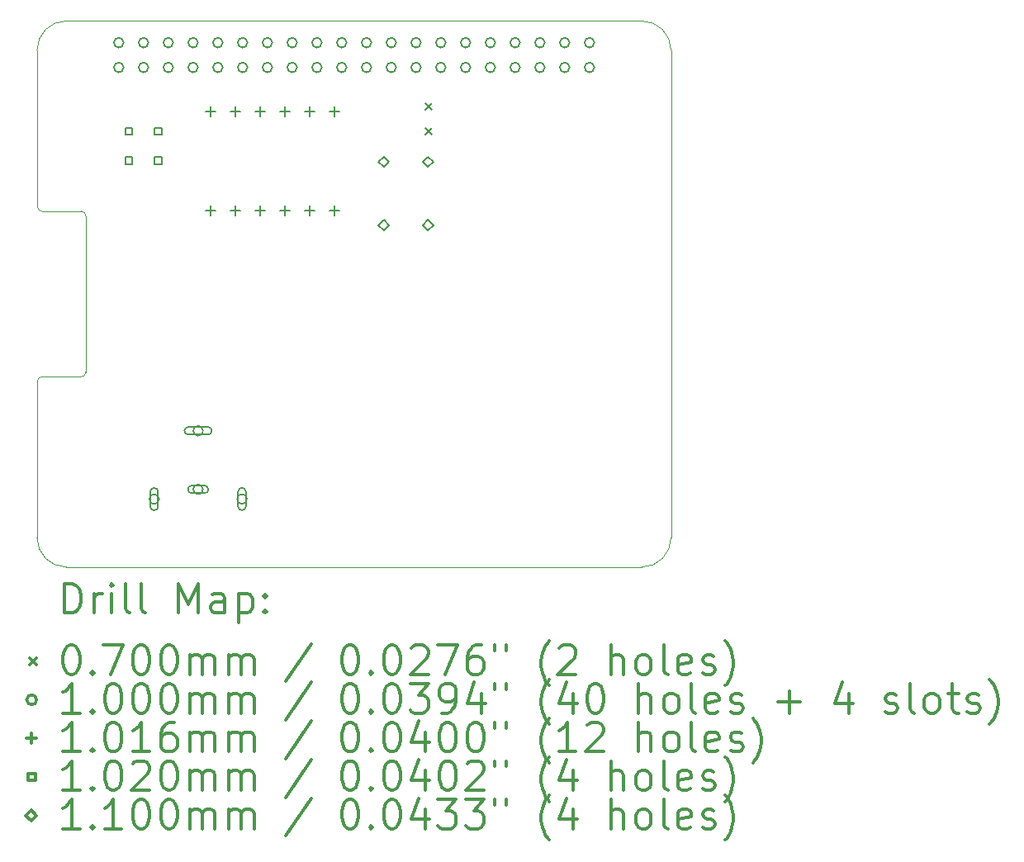
<source format=gbr>
%FSLAX45Y45*%
G04 Gerber Fmt 4.5, Leading zero omitted, Abs format (unit mm)*
G04 Created by KiCad (PCBNEW 5.1.10-88a1d61d58~88~ubuntu20.04.1) date 2021-06-08 22:21:57*
%MOMM*%
%LPD*%
G01*
G04 APERTURE LIST*
%TA.AperFunction,Profile*%
%ADD10C,0.100000*%
%TD*%
%ADD11C,0.200000*%
%ADD12C,0.300000*%
G04 APERTURE END LIST*
D10*
X20049913Y-13050000D02*
G75*
G03*
X20000000Y-13100000I87J-50000D01*
G01*
X20450000Y-13050000D02*
G75*
G03*
X20500000Y-13000000I0J50000D01*
G01*
X20000000Y-11300000D02*
G75*
G03*
X20050000Y-11350000I50000J0D01*
G01*
X20500000Y-11400000D02*
G75*
G03*
X20450000Y-11350000I-50000J0D01*
G01*
X20000000Y-9700000D02*
X20000000Y-11300000D01*
X26500000Y-9700000D02*
G75*
G03*
X26200000Y-9400000I-300000J0D01*
G01*
X26200000Y-15000000D02*
G75*
G03*
X26500000Y-14700000I0J300000D01*
G01*
X20000000Y-14700000D02*
G75*
G03*
X20300000Y-15000000I300000J0D01*
G01*
X20300000Y-9400000D02*
G75*
G03*
X20000000Y-9700000I0J-300000D01*
G01*
X26200000Y-9400000D02*
X20300000Y-9400000D01*
X20450000Y-13050000D02*
X20050000Y-13050000D01*
X20500000Y-11400000D02*
X20500000Y-13000000D01*
X20050000Y-11350000D02*
X20450000Y-11350000D01*
X26500000Y-14700000D02*
X26500000Y-9700000D01*
X20300000Y-15000000D02*
X26200000Y-15000000D01*
X20000000Y-13100000D02*
X20000000Y-14700000D01*
D11*
X23978200Y-10240600D02*
X24048200Y-10310600D01*
X24048200Y-10240600D02*
X23978200Y-10310600D01*
X23978200Y-10494600D02*
X24048200Y-10564600D01*
X24048200Y-10494600D02*
X23978200Y-10564600D01*
X20887000Y-9623000D02*
G75*
G03*
X20887000Y-9623000I-50000J0D01*
G01*
X20887000Y-9877000D02*
G75*
G03*
X20887000Y-9877000I-50000J0D01*
G01*
X21141000Y-9623000D02*
G75*
G03*
X21141000Y-9623000I-50000J0D01*
G01*
X21141000Y-9877000D02*
G75*
G03*
X21141000Y-9877000I-50000J0D01*
G01*
X21251000Y-14303000D02*
G75*
G03*
X21251000Y-14303000I-50000J0D01*
G01*
X21161000Y-14228000D02*
X21161000Y-14378000D01*
X21241000Y-14228000D02*
X21241000Y-14378000D01*
X21161000Y-14378000D02*
G75*
G03*
X21241000Y-14378000I40000J0D01*
G01*
X21241000Y-14228000D02*
G75*
G03*
X21161000Y-14228000I-40000J0D01*
G01*
X21395000Y-9623000D02*
G75*
G03*
X21395000Y-9623000I-50000J0D01*
G01*
X21395000Y-9877000D02*
G75*
G03*
X21395000Y-9877000I-50000J0D01*
G01*
X21649000Y-9623000D02*
G75*
G03*
X21649000Y-9623000I-50000J0D01*
G01*
X21649000Y-9877000D02*
G75*
G03*
X21649000Y-9877000I-50000J0D01*
G01*
X21701000Y-13603000D02*
G75*
G03*
X21701000Y-13603000I-50000J0D01*
G01*
X21551000Y-13643000D02*
X21751000Y-13643000D01*
X21551000Y-13563000D02*
X21751000Y-13563000D01*
X21751000Y-13643000D02*
G75*
G03*
X21751000Y-13563000I0J40000D01*
G01*
X21551000Y-13563000D02*
G75*
G03*
X21551000Y-13643000I0J-40000D01*
G01*
X21701000Y-14203000D02*
G75*
G03*
X21701000Y-14203000I-50000J0D01*
G01*
X21586000Y-14243000D02*
X21716000Y-14243000D01*
X21586000Y-14163000D02*
X21716000Y-14163000D01*
X21716000Y-14243000D02*
G75*
G03*
X21716000Y-14163000I0J40000D01*
G01*
X21586000Y-14163000D02*
G75*
G03*
X21586000Y-14243000I0J-40000D01*
G01*
X21903000Y-9623000D02*
G75*
G03*
X21903000Y-9623000I-50000J0D01*
G01*
X21903000Y-9877000D02*
G75*
G03*
X21903000Y-9877000I-50000J0D01*
G01*
X22151000Y-14303000D02*
G75*
G03*
X22151000Y-14303000I-50000J0D01*
G01*
X22061000Y-14228000D02*
X22061000Y-14378000D01*
X22141000Y-14228000D02*
X22141000Y-14378000D01*
X22061000Y-14378000D02*
G75*
G03*
X22141000Y-14378000I40000J0D01*
G01*
X22141000Y-14228000D02*
G75*
G03*
X22061000Y-14228000I-40000J0D01*
G01*
X22157000Y-9623000D02*
G75*
G03*
X22157000Y-9623000I-50000J0D01*
G01*
X22157000Y-9877000D02*
G75*
G03*
X22157000Y-9877000I-50000J0D01*
G01*
X22411000Y-9623000D02*
G75*
G03*
X22411000Y-9623000I-50000J0D01*
G01*
X22411000Y-9877000D02*
G75*
G03*
X22411000Y-9877000I-50000J0D01*
G01*
X22665000Y-9623000D02*
G75*
G03*
X22665000Y-9623000I-50000J0D01*
G01*
X22665000Y-9877000D02*
G75*
G03*
X22665000Y-9877000I-50000J0D01*
G01*
X22919000Y-9623000D02*
G75*
G03*
X22919000Y-9623000I-50000J0D01*
G01*
X22919000Y-9877000D02*
G75*
G03*
X22919000Y-9877000I-50000J0D01*
G01*
X23173000Y-9623000D02*
G75*
G03*
X23173000Y-9623000I-50000J0D01*
G01*
X23173000Y-9877000D02*
G75*
G03*
X23173000Y-9877000I-50000J0D01*
G01*
X23427000Y-9623000D02*
G75*
G03*
X23427000Y-9623000I-50000J0D01*
G01*
X23427000Y-9877000D02*
G75*
G03*
X23427000Y-9877000I-50000J0D01*
G01*
X23681000Y-9623000D02*
G75*
G03*
X23681000Y-9623000I-50000J0D01*
G01*
X23681000Y-9877000D02*
G75*
G03*
X23681000Y-9877000I-50000J0D01*
G01*
X23935000Y-9623000D02*
G75*
G03*
X23935000Y-9623000I-50000J0D01*
G01*
X23935000Y-9877000D02*
G75*
G03*
X23935000Y-9877000I-50000J0D01*
G01*
X24189000Y-9623000D02*
G75*
G03*
X24189000Y-9623000I-50000J0D01*
G01*
X24189000Y-9877000D02*
G75*
G03*
X24189000Y-9877000I-50000J0D01*
G01*
X24443000Y-9623000D02*
G75*
G03*
X24443000Y-9623000I-50000J0D01*
G01*
X24443000Y-9877000D02*
G75*
G03*
X24443000Y-9877000I-50000J0D01*
G01*
X24697000Y-9623000D02*
G75*
G03*
X24697000Y-9623000I-50000J0D01*
G01*
X24697000Y-9877000D02*
G75*
G03*
X24697000Y-9877000I-50000J0D01*
G01*
X24951000Y-9623000D02*
G75*
G03*
X24951000Y-9623000I-50000J0D01*
G01*
X24951000Y-9877000D02*
G75*
G03*
X24951000Y-9877000I-50000J0D01*
G01*
X25205000Y-9623000D02*
G75*
G03*
X25205000Y-9623000I-50000J0D01*
G01*
X25205000Y-9877000D02*
G75*
G03*
X25205000Y-9877000I-50000J0D01*
G01*
X25459000Y-9623000D02*
G75*
G03*
X25459000Y-9623000I-50000J0D01*
G01*
X25459000Y-9877000D02*
G75*
G03*
X25459000Y-9877000I-50000J0D01*
G01*
X25713000Y-9623000D02*
G75*
G03*
X25713000Y-9623000I-50000J0D01*
G01*
X25713000Y-9877000D02*
G75*
G03*
X25713000Y-9877000I-50000J0D01*
G01*
X21778000Y-10275600D02*
X21778000Y-10377200D01*
X21727200Y-10326400D02*
X21828800Y-10326400D01*
X21778000Y-11291600D02*
X21778000Y-11393200D01*
X21727200Y-11342400D02*
X21828800Y-11342400D01*
X22032000Y-10275600D02*
X22032000Y-10377200D01*
X21981200Y-10326400D02*
X22082800Y-10326400D01*
X22032000Y-11291600D02*
X22032000Y-11393200D01*
X21981200Y-11342400D02*
X22082800Y-11342400D01*
X22286000Y-10275600D02*
X22286000Y-10377200D01*
X22235200Y-10326400D02*
X22336800Y-10326400D01*
X22286000Y-11291600D02*
X22286000Y-11393200D01*
X22235200Y-11342400D02*
X22336800Y-11342400D01*
X22540000Y-10275600D02*
X22540000Y-10377200D01*
X22489200Y-10326400D02*
X22590800Y-10326400D01*
X22540000Y-11291600D02*
X22540000Y-11393200D01*
X22489200Y-11342400D02*
X22590800Y-11342400D01*
X22794000Y-10275600D02*
X22794000Y-10377200D01*
X22743200Y-10326400D02*
X22844800Y-10326400D01*
X22794000Y-11291600D02*
X22794000Y-11393200D01*
X22743200Y-11342400D02*
X22844800Y-11342400D01*
X23048000Y-10275600D02*
X23048000Y-10377200D01*
X22997200Y-10326400D02*
X23098800Y-10326400D01*
X23048000Y-11291600D02*
X23048000Y-11393200D01*
X22997200Y-11342400D02*
X23098800Y-11342400D01*
X20976063Y-10568063D02*
X20976063Y-10495937D01*
X20903937Y-10495937D01*
X20903937Y-10568063D01*
X20976063Y-10568063D01*
X20976063Y-10868063D02*
X20976063Y-10795937D01*
X20903937Y-10795937D01*
X20903937Y-10868063D01*
X20976063Y-10868063D01*
X21276063Y-10568063D02*
X21276063Y-10495937D01*
X21203937Y-10495937D01*
X21203937Y-10568063D01*
X21276063Y-10568063D01*
X21276063Y-10868063D02*
X21276063Y-10795937D01*
X21203937Y-10795937D01*
X21203937Y-10868063D01*
X21276063Y-10868063D01*
X23556000Y-10899800D02*
X23611000Y-10844800D01*
X23556000Y-10789800D01*
X23501000Y-10844800D01*
X23556000Y-10899800D01*
X23556000Y-11549800D02*
X23611000Y-11494800D01*
X23556000Y-11439800D01*
X23501000Y-11494800D01*
X23556000Y-11549800D01*
X24006000Y-10899800D02*
X24061000Y-10844800D01*
X24006000Y-10789800D01*
X23951000Y-10844800D01*
X24006000Y-10899800D01*
X24006000Y-11549800D02*
X24061000Y-11494800D01*
X24006000Y-11439800D01*
X23951000Y-11494800D01*
X24006000Y-11549800D01*
D12*
X20281428Y-15470714D02*
X20281428Y-15170714D01*
X20352857Y-15170714D01*
X20395714Y-15185000D01*
X20424286Y-15213571D01*
X20438571Y-15242143D01*
X20452857Y-15299286D01*
X20452857Y-15342143D01*
X20438571Y-15399286D01*
X20424286Y-15427857D01*
X20395714Y-15456429D01*
X20352857Y-15470714D01*
X20281428Y-15470714D01*
X20581428Y-15470714D02*
X20581428Y-15270714D01*
X20581428Y-15327857D02*
X20595714Y-15299286D01*
X20610000Y-15285000D01*
X20638571Y-15270714D01*
X20667143Y-15270714D01*
X20767143Y-15470714D02*
X20767143Y-15270714D01*
X20767143Y-15170714D02*
X20752857Y-15185000D01*
X20767143Y-15199286D01*
X20781428Y-15185000D01*
X20767143Y-15170714D01*
X20767143Y-15199286D01*
X20952857Y-15470714D02*
X20924286Y-15456429D01*
X20910000Y-15427857D01*
X20910000Y-15170714D01*
X21110000Y-15470714D02*
X21081428Y-15456429D01*
X21067143Y-15427857D01*
X21067143Y-15170714D01*
X21452857Y-15470714D02*
X21452857Y-15170714D01*
X21552857Y-15385000D01*
X21652857Y-15170714D01*
X21652857Y-15470714D01*
X21924286Y-15470714D02*
X21924286Y-15313571D01*
X21910000Y-15285000D01*
X21881428Y-15270714D01*
X21824286Y-15270714D01*
X21795714Y-15285000D01*
X21924286Y-15456429D02*
X21895714Y-15470714D01*
X21824286Y-15470714D01*
X21795714Y-15456429D01*
X21781428Y-15427857D01*
X21781428Y-15399286D01*
X21795714Y-15370714D01*
X21824286Y-15356429D01*
X21895714Y-15356429D01*
X21924286Y-15342143D01*
X22067143Y-15270714D02*
X22067143Y-15570714D01*
X22067143Y-15285000D02*
X22095714Y-15270714D01*
X22152857Y-15270714D01*
X22181428Y-15285000D01*
X22195714Y-15299286D01*
X22210000Y-15327857D01*
X22210000Y-15413571D01*
X22195714Y-15442143D01*
X22181428Y-15456429D01*
X22152857Y-15470714D01*
X22095714Y-15470714D01*
X22067143Y-15456429D01*
X22338571Y-15442143D02*
X22352857Y-15456429D01*
X22338571Y-15470714D01*
X22324286Y-15456429D01*
X22338571Y-15442143D01*
X22338571Y-15470714D01*
X22338571Y-15285000D02*
X22352857Y-15299286D01*
X22338571Y-15313571D01*
X22324286Y-15299286D01*
X22338571Y-15285000D01*
X22338571Y-15313571D01*
X19925000Y-15930000D02*
X19995000Y-16000000D01*
X19995000Y-15930000D02*
X19925000Y-16000000D01*
X20338571Y-15800714D02*
X20367143Y-15800714D01*
X20395714Y-15815000D01*
X20410000Y-15829286D01*
X20424286Y-15857857D01*
X20438571Y-15915000D01*
X20438571Y-15986429D01*
X20424286Y-16043571D01*
X20410000Y-16072143D01*
X20395714Y-16086429D01*
X20367143Y-16100714D01*
X20338571Y-16100714D01*
X20310000Y-16086429D01*
X20295714Y-16072143D01*
X20281428Y-16043571D01*
X20267143Y-15986429D01*
X20267143Y-15915000D01*
X20281428Y-15857857D01*
X20295714Y-15829286D01*
X20310000Y-15815000D01*
X20338571Y-15800714D01*
X20567143Y-16072143D02*
X20581428Y-16086429D01*
X20567143Y-16100714D01*
X20552857Y-16086429D01*
X20567143Y-16072143D01*
X20567143Y-16100714D01*
X20681428Y-15800714D02*
X20881428Y-15800714D01*
X20752857Y-16100714D01*
X21052857Y-15800714D02*
X21081428Y-15800714D01*
X21110000Y-15815000D01*
X21124286Y-15829286D01*
X21138571Y-15857857D01*
X21152857Y-15915000D01*
X21152857Y-15986429D01*
X21138571Y-16043571D01*
X21124286Y-16072143D01*
X21110000Y-16086429D01*
X21081428Y-16100714D01*
X21052857Y-16100714D01*
X21024286Y-16086429D01*
X21010000Y-16072143D01*
X20995714Y-16043571D01*
X20981428Y-15986429D01*
X20981428Y-15915000D01*
X20995714Y-15857857D01*
X21010000Y-15829286D01*
X21024286Y-15815000D01*
X21052857Y-15800714D01*
X21338571Y-15800714D02*
X21367143Y-15800714D01*
X21395714Y-15815000D01*
X21410000Y-15829286D01*
X21424286Y-15857857D01*
X21438571Y-15915000D01*
X21438571Y-15986429D01*
X21424286Y-16043571D01*
X21410000Y-16072143D01*
X21395714Y-16086429D01*
X21367143Y-16100714D01*
X21338571Y-16100714D01*
X21310000Y-16086429D01*
X21295714Y-16072143D01*
X21281428Y-16043571D01*
X21267143Y-15986429D01*
X21267143Y-15915000D01*
X21281428Y-15857857D01*
X21295714Y-15829286D01*
X21310000Y-15815000D01*
X21338571Y-15800714D01*
X21567143Y-16100714D02*
X21567143Y-15900714D01*
X21567143Y-15929286D02*
X21581428Y-15915000D01*
X21610000Y-15900714D01*
X21652857Y-15900714D01*
X21681428Y-15915000D01*
X21695714Y-15943571D01*
X21695714Y-16100714D01*
X21695714Y-15943571D02*
X21710000Y-15915000D01*
X21738571Y-15900714D01*
X21781428Y-15900714D01*
X21810000Y-15915000D01*
X21824286Y-15943571D01*
X21824286Y-16100714D01*
X21967143Y-16100714D02*
X21967143Y-15900714D01*
X21967143Y-15929286D02*
X21981428Y-15915000D01*
X22010000Y-15900714D01*
X22052857Y-15900714D01*
X22081428Y-15915000D01*
X22095714Y-15943571D01*
X22095714Y-16100714D01*
X22095714Y-15943571D02*
X22110000Y-15915000D01*
X22138571Y-15900714D01*
X22181428Y-15900714D01*
X22210000Y-15915000D01*
X22224286Y-15943571D01*
X22224286Y-16100714D01*
X22810000Y-15786429D02*
X22552857Y-16172143D01*
X23195714Y-15800714D02*
X23224286Y-15800714D01*
X23252857Y-15815000D01*
X23267143Y-15829286D01*
X23281428Y-15857857D01*
X23295714Y-15915000D01*
X23295714Y-15986429D01*
X23281428Y-16043571D01*
X23267143Y-16072143D01*
X23252857Y-16086429D01*
X23224286Y-16100714D01*
X23195714Y-16100714D01*
X23167143Y-16086429D01*
X23152857Y-16072143D01*
X23138571Y-16043571D01*
X23124286Y-15986429D01*
X23124286Y-15915000D01*
X23138571Y-15857857D01*
X23152857Y-15829286D01*
X23167143Y-15815000D01*
X23195714Y-15800714D01*
X23424286Y-16072143D02*
X23438571Y-16086429D01*
X23424286Y-16100714D01*
X23410000Y-16086429D01*
X23424286Y-16072143D01*
X23424286Y-16100714D01*
X23624286Y-15800714D02*
X23652857Y-15800714D01*
X23681428Y-15815000D01*
X23695714Y-15829286D01*
X23710000Y-15857857D01*
X23724286Y-15915000D01*
X23724286Y-15986429D01*
X23710000Y-16043571D01*
X23695714Y-16072143D01*
X23681428Y-16086429D01*
X23652857Y-16100714D01*
X23624286Y-16100714D01*
X23595714Y-16086429D01*
X23581428Y-16072143D01*
X23567143Y-16043571D01*
X23552857Y-15986429D01*
X23552857Y-15915000D01*
X23567143Y-15857857D01*
X23581428Y-15829286D01*
X23595714Y-15815000D01*
X23624286Y-15800714D01*
X23838571Y-15829286D02*
X23852857Y-15815000D01*
X23881428Y-15800714D01*
X23952857Y-15800714D01*
X23981428Y-15815000D01*
X23995714Y-15829286D01*
X24010000Y-15857857D01*
X24010000Y-15886429D01*
X23995714Y-15929286D01*
X23824286Y-16100714D01*
X24010000Y-16100714D01*
X24110000Y-15800714D02*
X24310000Y-15800714D01*
X24181428Y-16100714D01*
X24552857Y-15800714D02*
X24495714Y-15800714D01*
X24467143Y-15815000D01*
X24452857Y-15829286D01*
X24424286Y-15872143D01*
X24410000Y-15929286D01*
X24410000Y-16043571D01*
X24424286Y-16072143D01*
X24438571Y-16086429D01*
X24467143Y-16100714D01*
X24524286Y-16100714D01*
X24552857Y-16086429D01*
X24567143Y-16072143D01*
X24581428Y-16043571D01*
X24581428Y-15972143D01*
X24567143Y-15943571D01*
X24552857Y-15929286D01*
X24524286Y-15915000D01*
X24467143Y-15915000D01*
X24438571Y-15929286D01*
X24424286Y-15943571D01*
X24410000Y-15972143D01*
X24695714Y-15800714D02*
X24695714Y-15857857D01*
X24810000Y-15800714D02*
X24810000Y-15857857D01*
X25252857Y-16215000D02*
X25238571Y-16200714D01*
X25210000Y-16157857D01*
X25195714Y-16129286D01*
X25181428Y-16086429D01*
X25167143Y-16015000D01*
X25167143Y-15957857D01*
X25181428Y-15886429D01*
X25195714Y-15843571D01*
X25210000Y-15815000D01*
X25238571Y-15772143D01*
X25252857Y-15757857D01*
X25352857Y-15829286D02*
X25367143Y-15815000D01*
X25395714Y-15800714D01*
X25467143Y-15800714D01*
X25495714Y-15815000D01*
X25510000Y-15829286D01*
X25524286Y-15857857D01*
X25524286Y-15886429D01*
X25510000Y-15929286D01*
X25338571Y-16100714D01*
X25524286Y-16100714D01*
X25881428Y-16100714D02*
X25881428Y-15800714D01*
X26010000Y-16100714D02*
X26010000Y-15943571D01*
X25995714Y-15915000D01*
X25967143Y-15900714D01*
X25924286Y-15900714D01*
X25895714Y-15915000D01*
X25881428Y-15929286D01*
X26195714Y-16100714D02*
X26167143Y-16086429D01*
X26152857Y-16072143D01*
X26138571Y-16043571D01*
X26138571Y-15957857D01*
X26152857Y-15929286D01*
X26167143Y-15915000D01*
X26195714Y-15900714D01*
X26238571Y-15900714D01*
X26267143Y-15915000D01*
X26281428Y-15929286D01*
X26295714Y-15957857D01*
X26295714Y-16043571D01*
X26281428Y-16072143D01*
X26267143Y-16086429D01*
X26238571Y-16100714D01*
X26195714Y-16100714D01*
X26467143Y-16100714D02*
X26438571Y-16086429D01*
X26424286Y-16057857D01*
X26424286Y-15800714D01*
X26695714Y-16086429D02*
X26667143Y-16100714D01*
X26610000Y-16100714D01*
X26581428Y-16086429D01*
X26567143Y-16057857D01*
X26567143Y-15943571D01*
X26581428Y-15915000D01*
X26610000Y-15900714D01*
X26667143Y-15900714D01*
X26695714Y-15915000D01*
X26710000Y-15943571D01*
X26710000Y-15972143D01*
X26567143Y-16000714D01*
X26824286Y-16086429D02*
X26852857Y-16100714D01*
X26910000Y-16100714D01*
X26938571Y-16086429D01*
X26952857Y-16057857D01*
X26952857Y-16043571D01*
X26938571Y-16015000D01*
X26910000Y-16000714D01*
X26867143Y-16000714D01*
X26838571Y-15986429D01*
X26824286Y-15957857D01*
X26824286Y-15943571D01*
X26838571Y-15915000D01*
X26867143Y-15900714D01*
X26910000Y-15900714D01*
X26938571Y-15915000D01*
X27052857Y-16215000D02*
X27067143Y-16200714D01*
X27095714Y-16157857D01*
X27110000Y-16129286D01*
X27124286Y-16086429D01*
X27138571Y-16015000D01*
X27138571Y-15957857D01*
X27124286Y-15886429D01*
X27110000Y-15843571D01*
X27095714Y-15815000D01*
X27067143Y-15772143D01*
X27052857Y-15757857D01*
X19995000Y-16361000D02*
G75*
G03*
X19995000Y-16361000I-50000J0D01*
G01*
X20438571Y-16496714D02*
X20267143Y-16496714D01*
X20352857Y-16496714D02*
X20352857Y-16196714D01*
X20324286Y-16239571D01*
X20295714Y-16268143D01*
X20267143Y-16282429D01*
X20567143Y-16468143D02*
X20581428Y-16482429D01*
X20567143Y-16496714D01*
X20552857Y-16482429D01*
X20567143Y-16468143D01*
X20567143Y-16496714D01*
X20767143Y-16196714D02*
X20795714Y-16196714D01*
X20824286Y-16211000D01*
X20838571Y-16225286D01*
X20852857Y-16253857D01*
X20867143Y-16311000D01*
X20867143Y-16382429D01*
X20852857Y-16439571D01*
X20838571Y-16468143D01*
X20824286Y-16482429D01*
X20795714Y-16496714D01*
X20767143Y-16496714D01*
X20738571Y-16482429D01*
X20724286Y-16468143D01*
X20710000Y-16439571D01*
X20695714Y-16382429D01*
X20695714Y-16311000D01*
X20710000Y-16253857D01*
X20724286Y-16225286D01*
X20738571Y-16211000D01*
X20767143Y-16196714D01*
X21052857Y-16196714D02*
X21081428Y-16196714D01*
X21110000Y-16211000D01*
X21124286Y-16225286D01*
X21138571Y-16253857D01*
X21152857Y-16311000D01*
X21152857Y-16382429D01*
X21138571Y-16439571D01*
X21124286Y-16468143D01*
X21110000Y-16482429D01*
X21081428Y-16496714D01*
X21052857Y-16496714D01*
X21024286Y-16482429D01*
X21010000Y-16468143D01*
X20995714Y-16439571D01*
X20981428Y-16382429D01*
X20981428Y-16311000D01*
X20995714Y-16253857D01*
X21010000Y-16225286D01*
X21024286Y-16211000D01*
X21052857Y-16196714D01*
X21338571Y-16196714D02*
X21367143Y-16196714D01*
X21395714Y-16211000D01*
X21410000Y-16225286D01*
X21424286Y-16253857D01*
X21438571Y-16311000D01*
X21438571Y-16382429D01*
X21424286Y-16439571D01*
X21410000Y-16468143D01*
X21395714Y-16482429D01*
X21367143Y-16496714D01*
X21338571Y-16496714D01*
X21310000Y-16482429D01*
X21295714Y-16468143D01*
X21281428Y-16439571D01*
X21267143Y-16382429D01*
X21267143Y-16311000D01*
X21281428Y-16253857D01*
X21295714Y-16225286D01*
X21310000Y-16211000D01*
X21338571Y-16196714D01*
X21567143Y-16496714D02*
X21567143Y-16296714D01*
X21567143Y-16325286D02*
X21581428Y-16311000D01*
X21610000Y-16296714D01*
X21652857Y-16296714D01*
X21681428Y-16311000D01*
X21695714Y-16339571D01*
X21695714Y-16496714D01*
X21695714Y-16339571D02*
X21710000Y-16311000D01*
X21738571Y-16296714D01*
X21781428Y-16296714D01*
X21810000Y-16311000D01*
X21824286Y-16339571D01*
X21824286Y-16496714D01*
X21967143Y-16496714D02*
X21967143Y-16296714D01*
X21967143Y-16325286D02*
X21981428Y-16311000D01*
X22010000Y-16296714D01*
X22052857Y-16296714D01*
X22081428Y-16311000D01*
X22095714Y-16339571D01*
X22095714Y-16496714D01*
X22095714Y-16339571D02*
X22110000Y-16311000D01*
X22138571Y-16296714D01*
X22181428Y-16296714D01*
X22210000Y-16311000D01*
X22224286Y-16339571D01*
X22224286Y-16496714D01*
X22810000Y-16182429D02*
X22552857Y-16568143D01*
X23195714Y-16196714D02*
X23224286Y-16196714D01*
X23252857Y-16211000D01*
X23267143Y-16225286D01*
X23281428Y-16253857D01*
X23295714Y-16311000D01*
X23295714Y-16382429D01*
X23281428Y-16439571D01*
X23267143Y-16468143D01*
X23252857Y-16482429D01*
X23224286Y-16496714D01*
X23195714Y-16496714D01*
X23167143Y-16482429D01*
X23152857Y-16468143D01*
X23138571Y-16439571D01*
X23124286Y-16382429D01*
X23124286Y-16311000D01*
X23138571Y-16253857D01*
X23152857Y-16225286D01*
X23167143Y-16211000D01*
X23195714Y-16196714D01*
X23424286Y-16468143D02*
X23438571Y-16482429D01*
X23424286Y-16496714D01*
X23410000Y-16482429D01*
X23424286Y-16468143D01*
X23424286Y-16496714D01*
X23624286Y-16196714D02*
X23652857Y-16196714D01*
X23681428Y-16211000D01*
X23695714Y-16225286D01*
X23710000Y-16253857D01*
X23724286Y-16311000D01*
X23724286Y-16382429D01*
X23710000Y-16439571D01*
X23695714Y-16468143D01*
X23681428Y-16482429D01*
X23652857Y-16496714D01*
X23624286Y-16496714D01*
X23595714Y-16482429D01*
X23581428Y-16468143D01*
X23567143Y-16439571D01*
X23552857Y-16382429D01*
X23552857Y-16311000D01*
X23567143Y-16253857D01*
X23581428Y-16225286D01*
X23595714Y-16211000D01*
X23624286Y-16196714D01*
X23824286Y-16196714D02*
X24010000Y-16196714D01*
X23910000Y-16311000D01*
X23952857Y-16311000D01*
X23981428Y-16325286D01*
X23995714Y-16339571D01*
X24010000Y-16368143D01*
X24010000Y-16439571D01*
X23995714Y-16468143D01*
X23981428Y-16482429D01*
X23952857Y-16496714D01*
X23867143Y-16496714D01*
X23838571Y-16482429D01*
X23824286Y-16468143D01*
X24152857Y-16496714D02*
X24210000Y-16496714D01*
X24238571Y-16482429D01*
X24252857Y-16468143D01*
X24281428Y-16425286D01*
X24295714Y-16368143D01*
X24295714Y-16253857D01*
X24281428Y-16225286D01*
X24267143Y-16211000D01*
X24238571Y-16196714D01*
X24181428Y-16196714D01*
X24152857Y-16211000D01*
X24138571Y-16225286D01*
X24124286Y-16253857D01*
X24124286Y-16325286D01*
X24138571Y-16353857D01*
X24152857Y-16368143D01*
X24181428Y-16382429D01*
X24238571Y-16382429D01*
X24267143Y-16368143D01*
X24281428Y-16353857D01*
X24295714Y-16325286D01*
X24552857Y-16296714D02*
X24552857Y-16496714D01*
X24481428Y-16182429D02*
X24410000Y-16396714D01*
X24595714Y-16396714D01*
X24695714Y-16196714D02*
X24695714Y-16253857D01*
X24810000Y-16196714D02*
X24810000Y-16253857D01*
X25252857Y-16611000D02*
X25238571Y-16596714D01*
X25210000Y-16553857D01*
X25195714Y-16525286D01*
X25181428Y-16482429D01*
X25167143Y-16411000D01*
X25167143Y-16353857D01*
X25181428Y-16282429D01*
X25195714Y-16239571D01*
X25210000Y-16211000D01*
X25238571Y-16168143D01*
X25252857Y-16153857D01*
X25495714Y-16296714D02*
X25495714Y-16496714D01*
X25424286Y-16182429D02*
X25352857Y-16396714D01*
X25538571Y-16396714D01*
X25710000Y-16196714D02*
X25738571Y-16196714D01*
X25767143Y-16211000D01*
X25781428Y-16225286D01*
X25795714Y-16253857D01*
X25810000Y-16311000D01*
X25810000Y-16382429D01*
X25795714Y-16439571D01*
X25781428Y-16468143D01*
X25767143Y-16482429D01*
X25738571Y-16496714D01*
X25710000Y-16496714D01*
X25681428Y-16482429D01*
X25667143Y-16468143D01*
X25652857Y-16439571D01*
X25638571Y-16382429D01*
X25638571Y-16311000D01*
X25652857Y-16253857D01*
X25667143Y-16225286D01*
X25681428Y-16211000D01*
X25710000Y-16196714D01*
X26167143Y-16496714D02*
X26167143Y-16196714D01*
X26295714Y-16496714D02*
X26295714Y-16339571D01*
X26281428Y-16311000D01*
X26252857Y-16296714D01*
X26210000Y-16296714D01*
X26181428Y-16311000D01*
X26167143Y-16325286D01*
X26481428Y-16496714D02*
X26452857Y-16482429D01*
X26438571Y-16468143D01*
X26424286Y-16439571D01*
X26424286Y-16353857D01*
X26438571Y-16325286D01*
X26452857Y-16311000D01*
X26481428Y-16296714D01*
X26524286Y-16296714D01*
X26552857Y-16311000D01*
X26567143Y-16325286D01*
X26581428Y-16353857D01*
X26581428Y-16439571D01*
X26567143Y-16468143D01*
X26552857Y-16482429D01*
X26524286Y-16496714D01*
X26481428Y-16496714D01*
X26752857Y-16496714D02*
X26724286Y-16482429D01*
X26710000Y-16453857D01*
X26710000Y-16196714D01*
X26981428Y-16482429D02*
X26952857Y-16496714D01*
X26895714Y-16496714D01*
X26867143Y-16482429D01*
X26852857Y-16453857D01*
X26852857Y-16339571D01*
X26867143Y-16311000D01*
X26895714Y-16296714D01*
X26952857Y-16296714D01*
X26981428Y-16311000D01*
X26995714Y-16339571D01*
X26995714Y-16368143D01*
X26852857Y-16396714D01*
X27110000Y-16482429D02*
X27138571Y-16496714D01*
X27195714Y-16496714D01*
X27224286Y-16482429D01*
X27238571Y-16453857D01*
X27238571Y-16439571D01*
X27224286Y-16411000D01*
X27195714Y-16396714D01*
X27152857Y-16396714D01*
X27124286Y-16382429D01*
X27110000Y-16353857D01*
X27110000Y-16339571D01*
X27124286Y-16311000D01*
X27152857Y-16296714D01*
X27195714Y-16296714D01*
X27224286Y-16311000D01*
X27595714Y-16382429D02*
X27824286Y-16382429D01*
X27710000Y-16496714D02*
X27710000Y-16268143D01*
X28324286Y-16296714D02*
X28324286Y-16496714D01*
X28252857Y-16182429D02*
X28181428Y-16396714D01*
X28367143Y-16396714D01*
X28695714Y-16482429D02*
X28724286Y-16496714D01*
X28781428Y-16496714D01*
X28810000Y-16482429D01*
X28824286Y-16453857D01*
X28824286Y-16439571D01*
X28810000Y-16411000D01*
X28781428Y-16396714D01*
X28738571Y-16396714D01*
X28710000Y-16382429D01*
X28695714Y-16353857D01*
X28695714Y-16339571D01*
X28710000Y-16311000D01*
X28738571Y-16296714D01*
X28781428Y-16296714D01*
X28810000Y-16311000D01*
X28995714Y-16496714D02*
X28967143Y-16482429D01*
X28952857Y-16453857D01*
X28952857Y-16196714D01*
X29152857Y-16496714D02*
X29124286Y-16482429D01*
X29110000Y-16468143D01*
X29095714Y-16439571D01*
X29095714Y-16353857D01*
X29110000Y-16325286D01*
X29124286Y-16311000D01*
X29152857Y-16296714D01*
X29195714Y-16296714D01*
X29224286Y-16311000D01*
X29238571Y-16325286D01*
X29252857Y-16353857D01*
X29252857Y-16439571D01*
X29238571Y-16468143D01*
X29224286Y-16482429D01*
X29195714Y-16496714D01*
X29152857Y-16496714D01*
X29338571Y-16296714D02*
X29452857Y-16296714D01*
X29381428Y-16196714D02*
X29381428Y-16453857D01*
X29395714Y-16482429D01*
X29424286Y-16496714D01*
X29452857Y-16496714D01*
X29538571Y-16482429D02*
X29567143Y-16496714D01*
X29624286Y-16496714D01*
X29652857Y-16482429D01*
X29667143Y-16453857D01*
X29667143Y-16439571D01*
X29652857Y-16411000D01*
X29624286Y-16396714D01*
X29581428Y-16396714D01*
X29552857Y-16382429D01*
X29538571Y-16353857D01*
X29538571Y-16339571D01*
X29552857Y-16311000D01*
X29581428Y-16296714D01*
X29624286Y-16296714D01*
X29652857Y-16311000D01*
X29767143Y-16611000D02*
X29781428Y-16596714D01*
X29810000Y-16553857D01*
X29824286Y-16525286D01*
X29838571Y-16482429D01*
X29852857Y-16411000D01*
X29852857Y-16353857D01*
X29838571Y-16282429D01*
X29824286Y-16239571D01*
X29810000Y-16211000D01*
X29781428Y-16168143D01*
X29767143Y-16153857D01*
X19944200Y-16706200D02*
X19944200Y-16807800D01*
X19893400Y-16757000D02*
X19995000Y-16757000D01*
X20438571Y-16892714D02*
X20267143Y-16892714D01*
X20352857Y-16892714D02*
X20352857Y-16592714D01*
X20324286Y-16635571D01*
X20295714Y-16664143D01*
X20267143Y-16678429D01*
X20567143Y-16864143D02*
X20581428Y-16878429D01*
X20567143Y-16892714D01*
X20552857Y-16878429D01*
X20567143Y-16864143D01*
X20567143Y-16892714D01*
X20767143Y-16592714D02*
X20795714Y-16592714D01*
X20824286Y-16607000D01*
X20838571Y-16621286D01*
X20852857Y-16649857D01*
X20867143Y-16707000D01*
X20867143Y-16778429D01*
X20852857Y-16835572D01*
X20838571Y-16864143D01*
X20824286Y-16878429D01*
X20795714Y-16892714D01*
X20767143Y-16892714D01*
X20738571Y-16878429D01*
X20724286Y-16864143D01*
X20710000Y-16835572D01*
X20695714Y-16778429D01*
X20695714Y-16707000D01*
X20710000Y-16649857D01*
X20724286Y-16621286D01*
X20738571Y-16607000D01*
X20767143Y-16592714D01*
X21152857Y-16892714D02*
X20981428Y-16892714D01*
X21067143Y-16892714D02*
X21067143Y-16592714D01*
X21038571Y-16635571D01*
X21010000Y-16664143D01*
X20981428Y-16678429D01*
X21410000Y-16592714D02*
X21352857Y-16592714D01*
X21324286Y-16607000D01*
X21310000Y-16621286D01*
X21281428Y-16664143D01*
X21267143Y-16721286D01*
X21267143Y-16835572D01*
X21281428Y-16864143D01*
X21295714Y-16878429D01*
X21324286Y-16892714D01*
X21381428Y-16892714D01*
X21410000Y-16878429D01*
X21424286Y-16864143D01*
X21438571Y-16835572D01*
X21438571Y-16764143D01*
X21424286Y-16735571D01*
X21410000Y-16721286D01*
X21381428Y-16707000D01*
X21324286Y-16707000D01*
X21295714Y-16721286D01*
X21281428Y-16735571D01*
X21267143Y-16764143D01*
X21567143Y-16892714D02*
X21567143Y-16692714D01*
X21567143Y-16721286D02*
X21581428Y-16707000D01*
X21610000Y-16692714D01*
X21652857Y-16692714D01*
X21681428Y-16707000D01*
X21695714Y-16735571D01*
X21695714Y-16892714D01*
X21695714Y-16735571D02*
X21710000Y-16707000D01*
X21738571Y-16692714D01*
X21781428Y-16692714D01*
X21810000Y-16707000D01*
X21824286Y-16735571D01*
X21824286Y-16892714D01*
X21967143Y-16892714D02*
X21967143Y-16692714D01*
X21967143Y-16721286D02*
X21981428Y-16707000D01*
X22010000Y-16692714D01*
X22052857Y-16692714D01*
X22081428Y-16707000D01*
X22095714Y-16735571D01*
X22095714Y-16892714D01*
X22095714Y-16735571D02*
X22110000Y-16707000D01*
X22138571Y-16692714D01*
X22181428Y-16692714D01*
X22210000Y-16707000D01*
X22224286Y-16735571D01*
X22224286Y-16892714D01*
X22810000Y-16578429D02*
X22552857Y-16964143D01*
X23195714Y-16592714D02*
X23224286Y-16592714D01*
X23252857Y-16607000D01*
X23267143Y-16621286D01*
X23281428Y-16649857D01*
X23295714Y-16707000D01*
X23295714Y-16778429D01*
X23281428Y-16835572D01*
X23267143Y-16864143D01*
X23252857Y-16878429D01*
X23224286Y-16892714D01*
X23195714Y-16892714D01*
X23167143Y-16878429D01*
X23152857Y-16864143D01*
X23138571Y-16835572D01*
X23124286Y-16778429D01*
X23124286Y-16707000D01*
X23138571Y-16649857D01*
X23152857Y-16621286D01*
X23167143Y-16607000D01*
X23195714Y-16592714D01*
X23424286Y-16864143D02*
X23438571Y-16878429D01*
X23424286Y-16892714D01*
X23410000Y-16878429D01*
X23424286Y-16864143D01*
X23424286Y-16892714D01*
X23624286Y-16592714D02*
X23652857Y-16592714D01*
X23681428Y-16607000D01*
X23695714Y-16621286D01*
X23710000Y-16649857D01*
X23724286Y-16707000D01*
X23724286Y-16778429D01*
X23710000Y-16835572D01*
X23695714Y-16864143D01*
X23681428Y-16878429D01*
X23652857Y-16892714D01*
X23624286Y-16892714D01*
X23595714Y-16878429D01*
X23581428Y-16864143D01*
X23567143Y-16835572D01*
X23552857Y-16778429D01*
X23552857Y-16707000D01*
X23567143Y-16649857D01*
X23581428Y-16621286D01*
X23595714Y-16607000D01*
X23624286Y-16592714D01*
X23981428Y-16692714D02*
X23981428Y-16892714D01*
X23910000Y-16578429D02*
X23838571Y-16792714D01*
X24024286Y-16792714D01*
X24195714Y-16592714D02*
X24224286Y-16592714D01*
X24252857Y-16607000D01*
X24267143Y-16621286D01*
X24281428Y-16649857D01*
X24295714Y-16707000D01*
X24295714Y-16778429D01*
X24281428Y-16835572D01*
X24267143Y-16864143D01*
X24252857Y-16878429D01*
X24224286Y-16892714D01*
X24195714Y-16892714D01*
X24167143Y-16878429D01*
X24152857Y-16864143D01*
X24138571Y-16835572D01*
X24124286Y-16778429D01*
X24124286Y-16707000D01*
X24138571Y-16649857D01*
X24152857Y-16621286D01*
X24167143Y-16607000D01*
X24195714Y-16592714D01*
X24481428Y-16592714D02*
X24510000Y-16592714D01*
X24538571Y-16607000D01*
X24552857Y-16621286D01*
X24567143Y-16649857D01*
X24581428Y-16707000D01*
X24581428Y-16778429D01*
X24567143Y-16835572D01*
X24552857Y-16864143D01*
X24538571Y-16878429D01*
X24510000Y-16892714D01*
X24481428Y-16892714D01*
X24452857Y-16878429D01*
X24438571Y-16864143D01*
X24424286Y-16835572D01*
X24410000Y-16778429D01*
X24410000Y-16707000D01*
X24424286Y-16649857D01*
X24438571Y-16621286D01*
X24452857Y-16607000D01*
X24481428Y-16592714D01*
X24695714Y-16592714D02*
X24695714Y-16649857D01*
X24810000Y-16592714D02*
X24810000Y-16649857D01*
X25252857Y-17007000D02*
X25238571Y-16992714D01*
X25210000Y-16949857D01*
X25195714Y-16921286D01*
X25181428Y-16878429D01*
X25167143Y-16807000D01*
X25167143Y-16749857D01*
X25181428Y-16678429D01*
X25195714Y-16635571D01*
X25210000Y-16607000D01*
X25238571Y-16564143D01*
X25252857Y-16549857D01*
X25524286Y-16892714D02*
X25352857Y-16892714D01*
X25438571Y-16892714D02*
X25438571Y-16592714D01*
X25410000Y-16635571D01*
X25381428Y-16664143D01*
X25352857Y-16678429D01*
X25638571Y-16621286D02*
X25652857Y-16607000D01*
X25681428Y-16592714D01*
X25752857Y-16592714D01*
X25781428Y-16607000D01*
X25795714Y-16621286D01*
X25810000Y-16649857D01*
X25810000Y-16678429D01*
X25795714Y-16721286D01*
X25624286Y-16892714D01*
X25810000Y-16892714D01*
X26167143Y-16892714D02*
X26167143Y-16592714D01*
X26295714Y-16892714D02*
X26295714Y-16735571D01*
X26281428Y-16707000D01*
X26252857Y-16692714D01*
X26210000Y-16692714D01*
X26181428Y-16707000D01*
X26167143Y-16721286D01*
X26481428Y-16892714D02*
X26452857Y-16878429D01*
X26438571Y-16864143D01*
X26424286Y-16835572D01*
X26424286Y-16749857D01*
X26438571Y-16721286D01*
X26452857Y-16707000D01*
X26481428Y-16692714D01*
X26524286Y-16692714D01*
X26552857Y-16707000D01*
X26567143Y-16721286D01*
X26581428Y-16749857D01*
X26581428Y-16835572D01*
X26567143Y-16864143D01*
X26552857Y-16878429D01*
X26524286Y-16892714D01*
X26481428Y-16892714D01*
X26752857Y-16892714D02*
X26724286Y-16878429D01*
X26710000Y-16849857D01*
X26710000Y-16592714D01*
X26981428Y-16878429D02*
X26952857Y-16892714D01*
X26895714Y-16892714D01*
X26867143Y-16878429D01*
X26852857Y-16849857D01*
X26852857Y-16735571D01*
X26867143Y-16707000D01*
X26895714Y-16692714D01*
X26952857Y-16692714D01*
X26981428Y-16707000D01*
X26995714Y-16735571D01*
X26995714Y-16764143D01*
X26852857Y-16792714D01*
X27110000Y-16878429D02*
X27138571Y-16892714D01*
X27195714Y-16892714D01*
X27224286Y-16878429D01*
X27238571Y-16849857D01*
X27238571Y-16835572D01*
X27224286Y-16807000D01*
X27195714Y-16792714D01*
X27152857Y-16792714D01*
X27124286Y-16778429D01*
X27110000Y-16749857D01*
X27110000Y-16735571D01*
X27124286Y-16707000D01*
X27152857Y-16692714D01*
X27195714Y-16692714D01*
X27224286Y-16707000D01*
X27338571Y-17007000D02*
X27352857Y-16992714D01*
X27381428Y-16949857D01*
X27395714Y-16921286D01*
X27410000Y-16878429D01*
X27424286Y-16807000D01*
X27424286Y-16749857D01*
X27410000Y-16678429D01*
X27395714Y-16635571D01*
X27381428Y-16607000D01*
X27352857Y-16564143D01*
X27338571Y-16549857D01*
X19980063Y-17189063D02*
X19980063Y-17116937D01*
X19907937Y-17116937D01*
X19907937Y-17189063D01*
X19980063Y-17189063D01*
X20438571Y-17288714D02*
X20267143Y-17288714D01*
X20352857Y-17288714D02*
X20352857Y-16988714D01*
X20324286Y-17031572D01*
X20295714Y-17060143D01*
X20267143Y-17074429D01*
X20567143Y-17260143D02*
X20581428Y-17274429D01*
X20567143Y-17288714D01*
X20552857Y-17274429D01*
X20567143Y-17260143D01*
X20567143Y-17288714D01*
X20767143Y-16988714D02*
X20795714Y-16988714D01*
X20824286Y-17003000D01*
X20838571Y-17017286D01*
X20852857Y-17045857D01*
X20867143Y-17103000D01*
X20867143Y-17174429D01*
X20852857Y-17231572D01*
X20838571Y-17260143D01*
X20824286Y-17274429D01*
X20795714Y-17288714D01*
X20767143Y-17288714D01*
X20738571Y-17274429D01*
X20724286Y-17260143D01*
X20710000Y-17231572D01*
X20695714Y-17174429D01*
X20695714Y-17103000D01*
X20710000Y-17045857D01*
X20724286Y-17017286D01*
X20738571Y-17003000D01*
X20767143Y-16988714D01*
X20981428Y-17017286D02*
X20995714Y-17003000D01*
X21024286Y-16988714D01*
X21095714Y-16988714D01*
X21124286Y-17003000D01*
X21138571Y-17017286D01*
X21152857Y-17045857D01*
X21152857Y-17074429D01*
X21138571Y-17117286D01*
X20967143Y-17288714D01*
X21152857Y-17288714D01*
X21338571Y-16988714D02*
X21367143Y-16988714D01*
X21395714Y-17003000D01*
X21410000Y-17017286D01*
X21424286Y-17045857D01*
X21438571Y-17103000D01*
X21438571Y-17174429D01*
X21424286Y-17231572D01*
X21410000Y-17260143D01*
X21395714Y-17274429D01*
X21367143Y-17288714D01*
X21338571Y-17288714D01*
X21310000Y-17274429D01*
X21295714Y-17260143D01*
X21281428Y-17231572D01*
X21267143Y-17174429D01*
X21267143Y-17103000D01*
X21281428Y-17045857D01*
X21295714Y-17017286D01*
X21310000Y-17003000D01*
X21338571Y-16988714D01*
X21567143Y-17288714D02*
X21567143Y-17088714D01*
X21567143Y-17117286D02*
X21581428Y-17103000D01*
X21610000Y-17088714D01*
X21652857Y-17088714D01*
X21681428Y-17103000D01*
X21695714Y-17131572D01*
X21695714Y-17288714D01*
X21695714Y-17131572D02*
X21710000Y-17103000D01*
X21738571Y-17088714D01*
X21781428Y-17088714D01*
X21810000Y-17103000D01*
X21824286Y-17131572D01*
X21824286Y-17288714D01*
X21967143Y-17288714D02*
X21967143Y-17088714D01*
X21967143Y-17117286D02*
X21981428Y-17103000D01*
X22010000Y-17088714D01*
X22052857Y-17088714D01*
X22081428Y-17103000D01*
X22095714Y-17131572D01*
X22095714Y-17288714D01*
X22095714Y-17131572D02*
X22110000Y-17103000D01*
X22138571Y-17088714D01*
X22181428Y-17088714D01*
X22210000Y-17103000D01*
X22224286Y-17131572D01*
X22224286Y-17288714D01*
X22810000Y-16974429D02*
X22552857Y-17360143D01*
X23195714Y-16988714D02*
X23224286Y-16988714D01*
X23252857Y-17003000D01*
X23267143Y-17017286D01*
X23281428Y-17045857D01*
X23295714Y-17103000D01*
X23295714Y-17174429D01*
X23281428Y-17231572D01*
X23267143Y-17260143D01*
X23252857Y-17274429D01*
X23224286Y-17288714D01*
X23195714Y-17288714D01*
X23167143Y-17274429D01*
X23152857Y-17260143D01*
X23138571Y-17231572D01*
X23124286Y-17174429D01*
X23124286Y-17103000D01*
X23138571Y-17045857D01*
X23152857Y-17017286D01*
X23167143Y-17003000D01*
X23195714Y-16988714D01*
X23424286Y-17260143D02*
X23438571Y-17274429D01*
X23424286Y-17288714D01*
X23410000Y-17274429D01*
X23424286Y-17260143D01*
X23424286Y-17288714D01*
X23624286Y-16988714D02*
X23652857Y-16988714D01*
X23681428Y-17003000D01*
X23695714Y-17017286D01*
X23710000Y-17045857D01*
X23724286Y-17103000D01*
X23724286Y-17174429D01*
X23710000Y-17231572D01*
X23695714Y-17260143D01*
X23681428Y-17274429D01*
X23652857Y-17288714D01*
X23624286Y-17288714D01*
X23595714Y-17274429D01*
X23581428Y-17260143D01*
X23567143Y-17231572D01*
X23552857Y-17174429D01*
X23552857Y-17103000D01*
X23567143Y-17045857D01*
X23581428Y-17017286D01*
X23595714Y-17003000D01*
X23624286Y-16988714D01*
X23981428Y-17088714D02*
X23981428Y-17288714D01*
X23910000Y-16974429D02*
X23838571Y-17188714D01*
X24024286Y-17188714D01*
X24195714Y-16988714D02*
X24224286Y-16988714D01*
X24252857Y-17003000D01*
X24267143Y-17017286D01*
X24281428Y-17045857D01*
X24295714Y-17103000D01*
X24295714Y-17174429D01*
X24281428Y-17231572D01*
X24267143Y-17260143D01*
X24252857Y-17274429D01*
X24224286Y-17288714D01*
X24195714Y-17288714D01*
X24167143Y-17274429D01*
X24152857Y-17260143D01*
X24138571Y-17231572D01*
X24124286Y-17174429D01*
X24124286Y-17103000D01*
X24138571Y-17045857D01*
X24152857Y-17017286D01*
X24167143Y-17003000D01*
X24195714Y-16988714D01*
X24410000Y-17017286D02*
X24424286Y-17003000D01*
X24452857Y-16988714D01*
X24524286Y-16988714D01*
X24552857Y-17003000D01*
X24567143Y-17017286D01*
X24581428Y-17045857D01*
X24581428Y-17074429D01*
X24567143Y-17117286D01*
X24395714Y-17288714D01*
X24581428Y-17288714D01*
X24695714Y-16988714D02*
X24695714Y-17045857D01*
X24810000Y-16988714D02*
X24810000Y-17045857D01*
X25252857Y-17403000D02*
X25238571Y-17388714D01*
X25210000Y-17345857D01*
X25195714Y-17317286D01*
X25181428Y-17274429D01*
X25167143Y-17203000D01*
X25167143Y-17145857D01*
X25181428Y-17074429D01*
X25195714Y-17031572D01*
X25210000Y-17003000D01*
X25238571Y-16960143D01*
X25252857Y-16945857D01*
X25495714Y-17088714D02*
X25495714Y-17288714D01*
X25424286Y-16974429D02*
X25352857Y-17188714D01*
X25538571Y-17188714D01*
X25881428Y-17288714D02*
X25881428Y-16988714D01*
X26010000Y-17288714D02*
X26010000Y-17131572D01*
X25995714Y-17103000D01*
X25967143Y-17088714D01*
X25924286Y-17088714D01*
X25895714Y-17103000D01*
X25881428Y-17117286D01*
X26195714Y-17288714D02*
X26167143Y-17274429D01*
X26152857Y-17260143D01*
X26138571Y-17231572D01*
X26138571Y-17145857D01*
X26152857Y-17117286D01*
X26167143Y-17103000D01*
X26195714Y-17088714D01*
X26238571Y-17088714D01*
X26267143Y-17103000D01*
X26281428Y-17117286D01*
X26295714Y-17145857D01*
X26295714Y-17231572D01*
X26281428Y-17260143D01*
X26267143Y-17274429D01*
X26238571Y-17288714D01*
X26195714Y-17288714D01*
X26467143Y-17288714D02*
X26438571Y-17274429D01*
X26424286Y-17245857D01*
X26424286Y-16988714D01*
X26695714Y-17274429D02*
X26667143Y-17288714D01*
X26610000Y-17288714D01*
X26581428Y-17274429D01*
X26567143Y-17245857D01*
X26567143Y-17131572D01*
X26581428Y-17103000D01*
X26610000Y-17088714D01*
X26667143Y-17088714D01*
X26695714Y-17103000D01*
X26710000Y-17131572D01*
X26710000Y-17160143D01*
X26567143Y-17188714D01*
X26824286Y-17274429D02*
X26852857Y-17288714D01*
X26910000Y-17288714D01*
X26938571Y-17274429D01*
X26952857Y-17245857D01*
X26952857Y-17231572D01*
X26938571Y-17203000D01*
X26910000Y-17188714D01*
X26867143Y-17188714D01*
X26838571Y-17174429D01*
X26824286Y-17145857D01*
X26824286Y-17131572D01*
X26838571Y-17103000D01*
X26867143Y-17088714D01*
X26910000Y-17088714D01*
X26938571Y-17103000D01*
X27052857Y-17403000D02*
X27067143Y-17388714D01*
X27095714Y-17345857D01*
X27110000Y-17317286D01*
X27124286Y-17274429D01*
X27138571Y-17203000D01*
X27138571Y-17145857D01*
X27124286Y-17074429D01*
X27110000Y-17031572D01*
X27095714Y-17003000D01*
X27067143Y-16960143D01*
X27052857Y-16945857D01*
X19940000Y-17604000D02*
X19995000Y-17549000D01*
X19940000Y-17494000D01*
X19885000Y-17549000D01*
X19940000Y-17604000D01*
X20438571Y-17684714D02*
X20267143Y-17684714D01*
X20352857Y-17684714D02*
X20352857Y-17384714D01*
X20324286Y-17427572D01*
X20295714Y-17456143D01*
X20267143Y-17470429D01*
X20567143Y-17656143D02*
X20581428Y-17670429D01*
X20567143Y-17684714D01*
X20552857Y-17670429D01*
X20567143Y-17656143D01*
X20567143Y-17684714D01*
X20867143Y-17684714D02*
X20695714Y-17684714D01*
X20781428Y-17684714D02*
X20781428Y-17384714D01*
X20752857Y-17427572D01*
X20724286Y-17456143D01*
X20695714Y-17470429D01*
X21052857Y-17384714D02*
X21081428Y-17384714D01*
X21110000Y-17399000D01*
X21124286Y-17413286D01*
X21138571Y-17441857D01*
X21152857Y-17499000D01*
X21152857Y-17570429D01*
X21138571Y-17627572D01*
X21124286Y-17656143D01*
X21110000Y-17670429D01*
X21081428Y-17684714D01*
X21052857Y-17684714D01*
X21024286Y-17670429D01*
X21010000Y-17656143D01*
X20995714Y-17627572D01*
X20981428Y-17570429D01*
X20981428Y-17499000D01*
X20995714Y-17441857D01*
X21010000Y-17413286D01*
X21024286Y-17399000D01*
X21052857Y-17384714D01*
X21338571Y-17384714D02*
X21367143Y-17384714D01*
X21395714Y-17399000D01*
X21410000Y-17413286D01*
X21424286Y-17441857D01*
X21438571Y-17499000D01*
X21438571Y-17570429D01*
X21424286Y-17627572D01*
X21410000Y-17656143D01*
X21395714Y-17670429D01*
X21367143Y-17684714D01*
X21338571Y-17684714D01*
X21310000Y-17670429D01*
X21295714Y-17656143D01*
X21281428Y-17627572D01*
X21267143Y-17570429D01*
X21267143Y-17499000D01*
X21281428Y-17441857D01*
X21295714Y-17413286D01*
X21310000Y-17399000D01*
X21338571Y-17384714D01*
X21567143Y-17684714D02*
X21567143Y-17484714D01*
X21567143Y-17513286D02*
X21581428Y-17499000D01*
X21610000Y-17484714D01*
X21652857Y-17484714D01*
X21681428Y-17499000D01*
X21695714Y-17527572D01*
X21695714Y-17684714D01*
X21695714Y-17527572D02*
X21710000Y-17499000D01*
X21738571Y-17484714D01*
X21781428Y-17484714D01*
X21810000Y-17499000D01*
X21824286Y-17527572D01*
X21824286Y-17684714D01*
X21967143Y-17684714D02*
X21967143Y-17484714D01*
X21967143Y-17513286D02*
X21981428Y-17499000D01*
X22010000Y-17484714D01*
X22052857Y-17484714D01*
X22081428Y-17499000D01*
X22095714Y-17527572D01*
X22095714Y-17684714D01*
X22095714Y-17527572D02*
X22110000Y-17499000D01*
X22138571Y-17484714D01*
X22181428Y-17484714D01*
X22210000Y-17499000D01*
X22224286Y-17527572D01*
X22224286Y-17684714D01*
X22810000Y-17370429D02*
X22552857Y-17756143D01*
X23195714Y-17384714D02*
X23224286Y-17384714D01*
X23252857Y-17399000D01*
X23267143Y-17413286D01*
X23281428Y-17441857D01*
X23295714Y-17499000D01*
X23295714Y-17570429D01*
X23281428Y-17627572D01*
X23267143Y-17656143D01*
X23252857Y-17670429D01*
X23224286Y-17684714D01*
X23195714Y-17684714D01*
X23167143Y-17670429D01*
X23152857Y-17656143D01*
X23138571Y-17627572D01*
X23124286Y-17570429D01*
X23124286Y-17499000D01*
X23138571Y-17441857D01*
X23152857Y-17413286D01*
X23167143Y-17399000D01*
X23195714Y-17384714D01*
X23424286Y-17656143D02*
X23438571Y-17670429D01*
X23424286Y-17684714D01*
X23410000Y-17670429D01*
X23424286Y-17656143D01*
X23424286Y-17684714D01*
X23624286Y-17384714D02*
X23652857Y-17384714D01*
X23681428Y-17399000D01*
X23695714Y-17413286D01*
X23710000Y-17441857D01*
X23724286Y-17499000D01*
X23724286Y-17570429D01*
X23710000Y-17627572D01*
X23695714Y-17656143D01*
X23681428Y-17670429D01*
X23652857Y-17684714D01*
X23624286Y-17684714D01*
X23595714Y-17670429D01*
X23581428Y-17656143D01*
X23567143Y-17627572D01*
X23552857Y-17570429D01*
X23552857Y-17499000D01*
X23567143Y-17441857D01*
X23581428Y-17413286D01*
X23595714Y-17399000D01*
X23624286Y-17384714D01*
X23981428Y-17484714D02*
X23981428Y-17684714D01*
X23910000Y-17370429D02*
X23838571Y-17584714D01*
X24024286Y-17584714D01*
X24110000Y-17384714D02*
X24295714Y-17384714D01*
X24195714Y-17499000D01*
X24238571Y-17499000D01*
X24267143Y-17513286D01*
X24281428Y-17527572D01*
X24295714Y-17556143D01*
X24295714Y-17627572D01*
X24281428Y-17656143D01*
X24267143Y-17670429D01*
X24238571Y-17684714D01*
X24152857Y-17684714D01*
X24124286Y-17670429D01*
X24110000Y-17656143D01*
X24395714Y-17384714D02*
X24581428Y-17384714D01*
X24481428Y-17499000D01*
X24524286Y-17499000D01*
X24552857Y-17513286D01*
X24567143Y-17527572D01*
X24581428Y-17556143D01*
X24581428Y-17627572D01*
X24567143Y-17656143D01*
X24552857Y-17670429D01*
X24524286Y-17684714D01*
X24438571Y-17684714D01*
X24410000Y-17670429D01*
X24395714Y-17656143D01*
X24695714Y-17384714D02*
X24695714Y-17441857D01*
X24810000Y-17384714D02*
X24810000Y-17441857D01*
X25252857Y-17799000D02*
X25238571Y-17784714D01*
X25210000Y-17741857D01*
X25195714Y-17713286D01*
X25181428Y-17670429D01*
X25167143Y-17599000D01*
X25167143Y-17541857D01*
X25181428Y-17470429D01*
X25195714Y-17427572D01*
X25210000Y-17399000D01*
X25238571Y-17356143D01*
X25252857Y-17341857D01*
X25495714Y-17484714D02*
X25495714Y-17684714D01*
X25424286Y-17370429D02*
X25352857Y-17584714D01*
X25538571Y-17584714D01*
X25881428Y-17684714D02*
X25881428Y-17384714D01*
X26010000Y-17684714D02*
X26010000Y-17527572D01*
X25995714Y-17499000D01*
X25967143Y-17484714D01*
X25924286Y-17484714D01*
X25895714Y-17499000D01*
X25881428Y-17513286D01*
X26195714Y-17684714D02*
X26167143Y-17670429D01*
X26152857Y-17656143D01*
X26138571Y-17627572D01*
X26138571Y-17541857D01*
X26152857Y-17513286D01*
X26167143Y-17499000D01*
X26195714Y-17484714D01*
X26238571Y-17484714D01*
X26267143Y-17499000D01*
X26281428Y-17513286D01*
X26295714Y-17541857D01*
X26295714Y-17627572D01*
X26281428Y-17656143D01*
X26267143Y-17670429D01*
X26238571Y-17684714D01*
X26195714Y-17684714D01*
X26467143Y-17684714D02*
X26438571Y-17670429D01*
X26424286Y-17641857D01*
X26424286Y-17384714D01*
X26695714Y-17670429D02*
X26667143Y-17684714D01*
X26610000Y-17684714D01*
X26581428Y-17670429D01*
X26567143Y-17641857D01*
X26567143Y-17527572D01*
X26581428Y-17499000D01*
X26610000Y-17484714D01*
X26667143Y-17484714D01*
X26695714Y-17499000D01*
X26710000Y-17527572D01*
X26710000Y-17556143D01*
X26567143Y-17584714D01*
X26824286Y-17670429D02*
X26852857Y-17684714D01*
X26910000Y-17684714D01*
X26938571Y-17670429D01*
X26952857Y-17641857D01*
X26952857Y-17627572D01*
X26938571Y-17599000D01*
X26910000Y-17584714D01*
X26867143Y-17584714D01*
X26838571Y-17570429D01*
X26824286Y-17541857D01*
X26824286Y-17527572D01*
X26838571Y-17499000D01*
X26867143Y-17484714D01*
X26910000Y-17484714D01*
X26938571Y-17499000D01*
X27052857Y-17799000D02*
X27067143Y-17784714D01*
X27095714Y-17741857D01*
X27110000Y-17713286D01*
X27124286Y-17670429D01*
X27138571Y-17599000D01*
X27138571Y-17541857D01*
X27124286Y-17470429D01*
X27110000Y-17427572D01*
X27095714Y-17399000D01*
X27067143Y-17356143D01*
X27052857Y-17341857D01*
M02*

</source>
